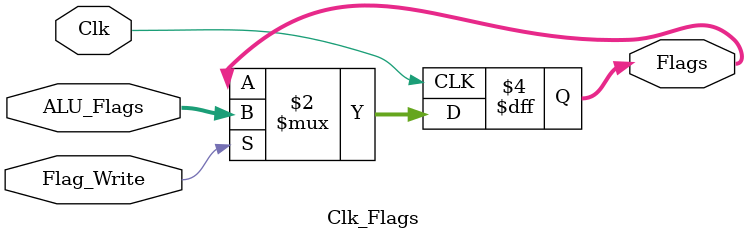
<source format=v>
module Clk_Flags
(
    input wire [1:0] ALU_Flags,
    input wire Clk,
    input wire Flag_Write,
    output reg [1:0] Flags
);

    always @(posedge Clk)
    begin
        if (Flag_Write)
            Flags <= ALU_Flags;
    end

endmodule

</source>
